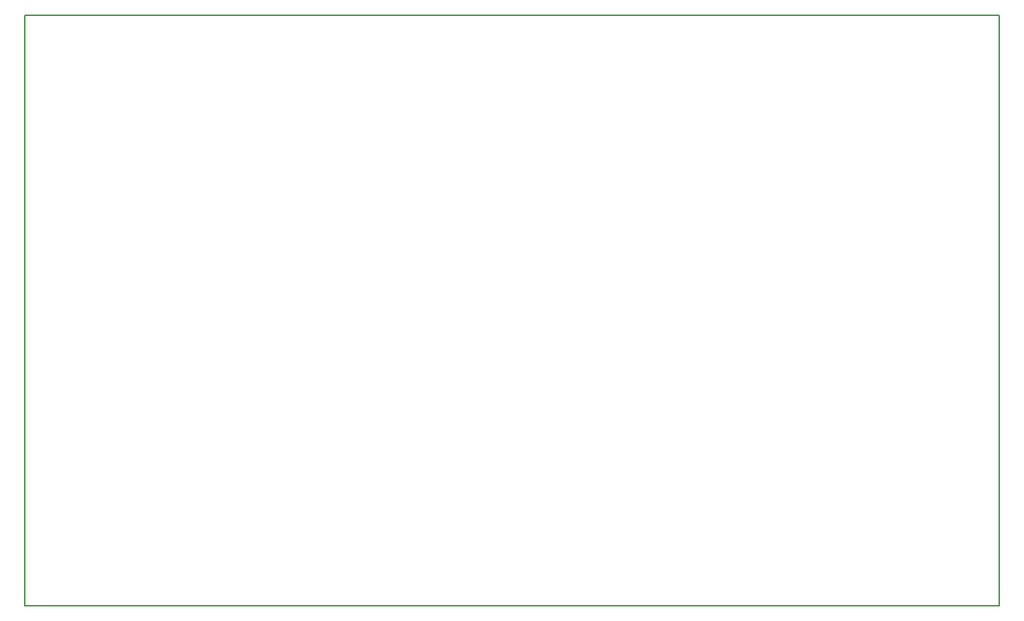
<source format=gbr>
G04 #@! TF.FileFunction,Profile,NP*
%FSLAX46Y46*%
G04 Gerber Fmt 4.6, Leading zero omitted, Abs format (unit mm)*
G04 Created by KiCad (PCBNEW 4.0.7-e2-6376~58~ubuntu16.04.1) date Mon Nov 13 16:04:29 2017*
%MOMM*%
%LPD*%
G01*
G04 APERTURE LIST*
%ADD10C,0.100000*%
%ADD11C,0.150000*%
G04 APERTURE END LIST*
D10*
D11*
X82542260Y-49421350D02*
X195762260Y-49421350D01*
X82542260Y-118151350D02*
X82542260Y-49421350D01*
X195762260Y-118151350D02*
X195762260Y-49421350D01*
X82542260Y-118151350D02*
X195762260Y-118151350D01*
M02*

</source>
